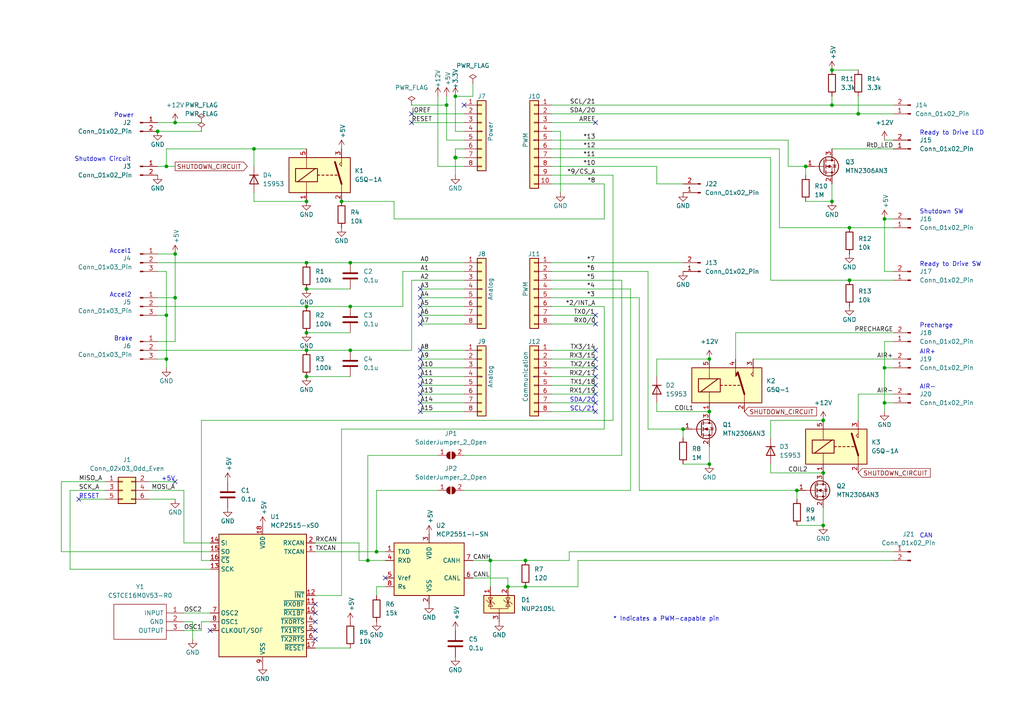
<source format=kicad_sch>
(kicad_sch (version 20230121) (generator eeschema)
  (paper "A4")
  (title_block (date "mar. 31 mars 2015"))
  (lib_symbols
    (symbol "Connector:Conn_01x02_Pin" (pin_names (offset 1.016) hide)
      (property "Reference" "J" (at 0 2.54 0))
      (property "Value" "Conn_01x02_Pin" (at 0 -5.08 0))
      (symbol "Conn_01x02_Pin_1_1"
        (pin passive line (at 5.08 0 180) (length 3.81) (name "Pin_1") (number "1"))
        (pin passive line (at 5.08 -2.54 180) (length 3.81) (name "Pin_2") (number "2"))
      )
    )
    (symbol "Connector:Conn_01x03_Pin" (pin_names (offset 1.016) hide)
      (property "Reference" "J" (at 0 5.08 0))
      (property "Value" "Conn_01x03_Pin" (at 0 -5.08 0))
      (symbol "Conn_01x03_Pin_1_1"
        (pin passive line (at 5.08 2.54 180) (length 3.81) (name "Pin_1") (number "1"))
        (pin passive line (at 5.08 0 180) (length 3.81) (name "Pin_2") (number "2"))
        (pin passive line (at 5.08 -2.54 180) (length 3.81) (name "Pin_3") (number "3"))
      )
    )
    (symbol "Connector_Generic:Conn_01x08" (pin_names (offset 1.016) hide)
      (property "Reference" "J" (at 0 10.16 0))
      (property "Value" "Conn_01x08" (at 0 -12.7 0))
      (symbol "Conn_01x08_1_1"
        (pin passive line (at -5.08 7.62 0) (length 3.81) (name "Pin_1") (number "1"))
        (pin passive line (at -5.08 5.08 0) (length 3.81) (name "Pin_2") (number "2"))
        (pin passive line (at -5.08 2.54 0) (length 3.81) (name "Pin_3") (number "3"))
        (pin passive line (at -5.08 0 0) (length 3.81) (name "Pin_4") (number "4"))
        (pin passive line (at -5.08 -2.54 0) (length 3.81) (name "Pin_5") (number "5"))
        (pin passive line (at -5.08 -5.08 0) (length 3.81) (name "Pin_6") (number "6"))
        (pin passive line (at -5.08 -7.62 0) (length 3.81) (name "Pin_7") (number "7"))
        (pin passive line (at -5.08 -10.16 0) (length 3.81) (name "Pin_8") (number "8"))
      )
    )
    (symbol "Connector_Generic:Conn_01x10" (pin_names (offset 1.016) hide)
      (property "Reference" "J" (at 0 12.7 0))
      (property "Value" "Conn_01x10" (at 0 -15.24 0))
      (symbol "Conn_01x10_1_1"
        (pin passive line (at -5.08 10.16 0) (length 3.81) (name "Pin_1") (number "1"))
        (pin passive line (at -5.08 -12.7 0) (length 3.81) (name "Pin_10") (number "10"))
        (pin passive line (at -5.08 7.62 0) (length 3.81) (name "Pin_2") (number "2"))
        (pin passive line (at -5.08 5.08 0) (length 3.81) (name "Pin_3") (number "3"))
        (pin passive line (at -5.08 2.54 0) (length 3.81) (name "Pin_4") (number "4"))
        (pin passive line (at -5.08 0 0) (length 3.81) (name "Pin_5") (number "5"))
        (pin passive line (at -5.08 -2.54 0) (length 3.81) (name "Pin_6") (number "6"))
        (pin passive line (at -5.08 -5.08 0) (length 3.81) (name "Pin_7") (number "7"))
        (pin passive line (at -5.08 -7.62 0) (length 3.81) (name "Pin_8") (number "8"))
        (pin passive line (at -5.08 -10.16 0) (length 3.81) (name "Pin_9") (number "9"))
      )
    )
    (symbol "Connector_Generic:Conn_02x03_Odd_Even" (pin_names (offset 1.016) hide)
      (property "Reference" "J" (at 1.27 5.08 0))
      (property "Value" "Conn_02x03_Odd_Even" (at 1.27 -5.08 0))
      (symbol "Conn_02x03_Odd_Even_1_1"
        (pin passive line (at -5.08 2.54 0) (length 3.81) (name "Pin_1") (number "1"))
        (pin passive line (at 7.62 2.54 180) (length 3.81) (name "Pin_2") (number "2"))
        (pin passive line (at -5.08 0 0) (length 3.81) (name "Pin_3") (number "3"))
        (pin passive line (at 7.62 0 180) (length 3.81) (name "Pin_4") (number "4"))
        (pin passive line (at -5.08 -2.54 0) (length 3.81) (name "Pin_5") (number "5"))
        (pin passive line (at 7.62 -2.54 180) (length 3.81) (name "Pin_6") (number "6"))
      )
    )
    (symbol "Device:C" (pin_numbers hide) (pin_names (offset 0.254))
      (property "Reference" "C" (at 0.635 2.54 0))
      (property "Value" "C" (at 0.635 -2.54 0))
      (symbol "C_1_1"
        (pin passive line (at 0 3.81 270) (length 2.794) (name "~") (number "1"))
        (pin passive line (at 0 -3.81 90) (length 2.794) (name "~") (number "2"))
      )
    )
    (symbol "Device:D" (pin_numbers hide) (pin_names (offset 1.016) hide)
      (property "Reference" "D" (at 0 2.54 0))
      (property "Value" "D" (at 0 -2.54 0))
      (symbol "D_1_1"
        (pin passive line (at -3.81 0 0) (length 2.54) (name "K") (number "1"))
        (pin passive line (at 3.81 0 180) (length 2.54) (name "A") (number "2"))
      )
    )
    (symbol "Device:Q_NMOS_GSD" (pin_names (offset 0) hide)
      (property "Reference" "Q" (at 5.08 1.27 0))
      (property "Value" "Q_NMOS_GSD" (at 5.08 -1.27 0))
      (symbol "Q_NMOS_GSD_1_1"
        (pin input line (at -5.08 0 0) (length 2.54) (name "G") (number "1"))
        (pin passive line (at 2.54 -5.08 90) (length 2.54) (name "S") (number "2"))
        (pin passive line (at 2.54 5.08 270) (length 2.54) (name "D") (number "3"))
      )
    )
    (symbol "Device:R" (pin_numbers hide) (pin_names (offset 0))
      (property "Reference" "R" (at 2.032 0 90))
      (property "Value" "R" (at 0 0 90))
      (symbol "R_1_1"
        (pin passive line (at 0 3.81 270) (length 1.27) (name "~") (number "1"))
        (pin passive line (at 0 -3.81 90) (length 1.27) (name "~") (number "2"))
      )
    )
    (symbol "Interface_CAN_LIN:MCP2515-xSO"
      (property "Reference" "U" (at -10.16 19.685 0))
      (property "Value" "MCP2515-xSO" (at 19.05 20.32 0))
      (symbol "MCP2515-xSO_1_1"
        (pin output line (at 15.24 12.7 180) (length 2.54) (name "TXCAN") (number "1"))
        (pin output line (at 15.24 -5.08 180) (length 2.54) (name "~{RX1BF}") (number "10"))
        (pin output line (at 15.24 -2.54 180) (length 2.54) (name "~{RX0BF}") (number "11"))
        (pin output line (at 15.24 0 180) (length 2.54) (name "~{INT}") (number "12"))
        (pin input line (at -15.24 7.62 0) (length 2.54) (name "SCK") (number "13"))
        (pin input line (at -15.24 15.24 0) (length 2.54) (name "SI") (number "14"))
        (pin output line (at -15.24 12.7 0) (length 2.54) (name "SO") (number "15"))
        (pin input line (at -15.24 10.16 0) (length 2.54) (name "~{CS}") (number "16"))
        (pin input line (at 15.24 -15.24 180) (length 2.54) (name "~{RESET}") (number "17"))
        (pin power_in line (at 0 20.32 270) (length 2.54) (name "VDD") (number "18"))
        (pin input line (at 15.24 15.24 180) (length 2.54) (name "RXCAN") (number "2"))
        (pin output line (at -15.24 -10.16 0) (length 2.54) (name "CLKOUT/SOF") (number "3"))
        (pin input line (at 15.24 -7.62 180) (length 2.54) (name "~{TX0RTS}") (number "4"))
        (pin input line (at 15.24 -10.16 180) (length 2.54) (name "~{TX1RTS}") (number "5"))
        (pin input line (at 15.24 -12.7 180) (length 2.54) (name "~{TX2RTS}") (number "6"))
        (pin output line (at -15.24 -5.08 0) (length 2.54) (name "OSC2") (number "7"))
        (pin input line (at -15.24 -7.62 0) (length 2.54) (name "OSC1") (number "8"))
        (pin power_in line (at 0 -20.32 90) (length 2.54) (name "VSS") (number "9"))
      )
    )
    (symbol "Interface_CAN_LIN:MCP2551-I-SN" (pin_names (offset 1.016))
      (property "Reference" "U" (at -10.16 8.89 0))
      (property "Value" "MCP2551-I-SN" (at 2.54 8.89 0))
      (symbol "MCP2551-I-SN_1_1"
        (pin input line (at -12.7 5.08 0) (length 2.54) (name "TXD") (number "1"))
        (pin power_in line (at 0 -10.16 90) (length 2.54) (name "VSS") (number "2"))
        (pin power_in line (at 0 10.16 270) (length 2.54) (name "VDD") (number "3"))
        (pin output line (at -12.7 2.54 0) (length 2.54) (name "RXD") (number "4"))
        (pin power_out line (at -12.7 -2.54 0) (length 2.54) (name "Vref") (number "5"))
        (pin bidirectional line (at 12.7 -2.54 180) (length 2.54) (name "CANL") (number "6"))
        (pin bidirectional line (at 12.7 2.54 180) (length 2.54) (name "CANH") (number "7"))
        (pin input line (at -12.7 -5.08 0) (length 2.54) (name "Rs") (number "8"))
      )
    )
    (symbol "Jumper:SolderJumper_2_Open" (pin_names (offset 0) hide)
      (property "Reference" "JP" (at 0 2.032 0))
      (property "Value" "SolderJumper_2_Open" (at 0 -2.54 0))
      (symbol "SolderJumper_2_Open_1_1"
        (pin passive line (at -3.81 0 0) (length 2.54) (name "A") (number "1"))
        (pin passive line (at 3.81 0 180) (length 2.54) (name "B") (number "2"))
      )
    )
    (symbol "Power_Protection:NUP2105L" (pin_names hide)
      (property "Reference" "D" (at 5.715 2.54 0))
      (property "Value" "NUP2105L" (at 5.715 0.635 0))
      (symbol "NUP2105L_0_0"
        (pin passive line (at 0 -5.08 90) (length 2.54) (name "A") (number "3"))
      )
      (symbol "NUP2105L_1_1"
        (pin passive line (at -2.54 5.08 270) (length 2.54) (name "K") (number "1"))
        (pin passive line (at 2.54 5.08 270) (length 2.54) (name "K") (number "2"))
      )
    )
    (symbol "Relay:G5Q-1"
      (property "Reference" "K" (at 11.43 3.81 0))
      (property "Value" "G5Q-1" (at 11.43 1.27 0))
      (symbol "G5Q-1_1_1"
        (pin passive line (at -5.08 -7.62 90) (length 2.54) (name "~") (number "1"))
        (pin passive line (at 5.08 -7.62 90) (length 2.54) (name "~") (number "2"))
        (pin passive line (at 7.62 7.62 270) (length 2.54) (name "~") (number "3"))
        (pin passive line (at 2.54 7.62 270) (length 2.54) (name "~") (number "4"))
        (pin passive line (at -5.08 7.62 270) (length 2.54) (name "~") (number "5"))
      )
    )
    (symbol "Relay:G5Q-1A"
      (property "Reference" "K" (at 8.89 3.81 0))
      (property "Value" "G5Q-1A" (at 8.89 1.27 0))
      (symbol "G5Q-1A_1_1"
        (pin passive line (at -5.08 -7.62 90) (length 2.54) (name "~") (number "1"))
        (pin passive line (at 5.08 -7.62 90) (length 2.54) (name "~") (number "2"))
        (pin passive line (at 5.08 7.62 270) (length 2.54) (name "~") (number "3"))
        (pin passive line (at -5.08 7.62 270) (length 2.54) (name "~") (number "5"))
      )
    )
    (symbol "SamacSys_Parts:CSTCE16M0V53-R0" (pin_names (offset 0.762))
      (property "Reference" "Y" (at 21.59 7.62 0))
      (property "Value" "CSTCE16M0V53-R0" (at 21.59 5.08 0))
      (symbol "CSTCE16M0V53-R0_0_0"
        (pin passive line (at 0 -5.08 0) (length 5.08) (name "INPUT") (number "1"))
        (pin passive line (at 0 -2.54 0) (length 5.08) (name "GND") (number "2"))
        (pin passive line (at 0 0 0) (length 5.08) (name "OUTPUT") (number "3"))
      )
    )
    (symbol "power:+12V" (power) (pin_names (offset 0))
      (property "Value" "+12V" (at 0 3.556 0))
      (symbol "+12V_1_1"
        (pin power_in line (at 0 0 90) (length 0) hide (name "+12V") (number "1"))
      )
    )
    (symbol "power:+3.3V" (power) (pin_names (offset 0))
      (property "Value" "+3.3V" (at 0 3.556 0))
      (symbol "+3.3V_1_1"
        (pin power_in line (at 0 0 90) (length 0) hide (name "+3.3V") (number "1"))
      )
    )
    (symbol "power:+5V" (power) (pin_names (offset 0))
      (property "Value" "+5V" (at 0 3.556 0))
      (symbol "+5V_1_1"
        (pin power_in line (at 0 0 90) (length 0) hide (name "+5V") (number "1"))
      )
    )
    (symbol "power:GND" (power) (pin_names (offset 0))
      (property "Value" "GND" (at 0 -3.81 0))
      (symbol "GND_1_1"
        (pin power_in line (at 0 0 270) (length 0) hide (name "GND") (number "1"))
      )
    )
    (symbol "power:PWR_FLAG" (power) (pin_numbers hide) (pin_names (offset 0) hide)
      (property "Value" "PWR_FLAG" (at 0 3.81 0))
      (symbol "PWR_FLAG_0_0"
        (pin power_out line (at 0 0 90) (length 0) (name "pwr") (number "1"))
      )
    )
  )
  (junction (at 238.76 121.92))
  (junction (at 238.76 152.4))
  (junction (at 50.8 73.66))
  (junction (at 152.4 162.56))
  (junction (at 48.26 91.44))
  (junction (at 238.76 137.16))
  (junction (at 48.26 48.26))
  (junction (at 147.32 170.18))
  (junction (at 101.6 101.6))
  (junction (at 205.74 119.38))
  (junction (at 248.92 33.02))
  (junction (at 73.66 43.18))
  (junction (at 48.26 104.14))
  (junction (at 132.08 27.94))
  (junction (at 152.4 170.18))
  (junction (at 132.08 45.72) (diameter 1.016))
  (junction (at 233.68 48.26))
  (junction (at 88.9 83.82))
  (junction (at 50.8 35.56))
  (junction (at 88.9 101.6))
  (junction (at 99.06 58.42))
  (junction (at 246.38 81.28))
  (junction (at 88.9 109.22))
  (junction (at 50.8 86.36))
  (junction (at 256.54 116.84))
  (junction (at 88.9 88.9))
  (junction (at 88.9 76.2))
  (junction (at 205.74 104.14))
  (junction (at 88.9 58.42))
  (junction (at 205.74 134.62))
  (junction (at 106.68 162.56))
  (junction (at 198.12 124.46))
  (junction (at 109.22 160.02))
  (junction (at 88.9 96.52))
  (junction (at 142.24 162.56))
  (junction (at 101.6 88.9))
  (junction (at 241.3 30.48))
  (junction (at 45.72 38.1))
  (junction (at 246.38 66.04))
  (junction (at 129.54 30.48))
  (junction (at 241.3 58.42))
  (junction (at 101.6 76.2))
  (junction (at 256.54 63.5))
  (junction (at 256.54 106.68))
  (junction (at 231.14 142.24))
  (junction (at 241.3 20.32))
  (no_connect (at 172.72 35.56))
  (no_connect (at 121.92 106.68))
  (no_connect (at 111.76 167.64))
  (no_connect (at 121.92 93.98))
  (no_connect (at 91.44 175.26))
  (no_connect (at 172.72 119.38))
  (no_connect (at 172.72 106.68))
  (no_connect (at 172.72 109.22))
  (no_connect (at 91.44 185.42))
  (no_connect (at 22.86 144.78))
  (no_connect (at 91.44 177.8))
  (no_connect (at 119.38 35.56))
  (no_connect (at 172.72 114.3))
  (no_connect (at 172.72 111.76))
  (no_connect (at 50.8 139.7))
  (no_connect (at 91.44 182.88))
  (no_connect (at 60.96 182.88))
  (no_connect (at 119.38 33.02))
  (no_connect (at 172.72 116.84))
  (no_connect (at 121.92 109.22))
  (no_connect (at 121.92 83.82))
  (no_connect (at 121.92 104.14))
  (no_connect (at 121.92 114.3))
  (no_connect (at 121.92 111.76))
  (no_connect (at 121.92 86.36))
  (no_connect (at 121.92 119.38))
  (no_connect (at 172.72 101.6))
  (no_connect (at 121.92 91.44))
  (no_connect (at 134.62 30.48))
  (no_connect (at 172.72 104.14))
  (no_connect (at 91.44 180.34))
  (no_connect (at 121.92 101.6))
  (no_connect (at 172.72 93.98))
  (no_connect (at 121.92 88.9))
  (no_connect (at 121.92 116.84))
  (no_connect (at 172.72 91.44))
  (wire (pts (xy 114.3 63.5) (xy 114.3 58.42)))
  (wire (pts (xy 101.6 88.9) (xy 116.84 88.9)))
  (wire (pts (xy 45.72 35.56) (xy 50.8 35.56)))
  (wire (pts (xy 109.22 160.02) (xy 111.76 160.02)))
  (wire (pts (xy 238.76 147.32) (xy 238.76 152.4)))
  (wire (pts (xy 248.92 114.3) (xy 259.08 114.3)))
  (wire (pts (xy 121.92 93.98) (xy 134.62 93.98)))
  (wire (pts (xy 73.66 55.88) (xy 73.66 58.42)))
  (wire (pts (xy 256.54 40.64) (xy 259.08 40.64)))
  (wire (pts (xy 198.12 53.34) (xy 190.5 53.34)))
  (wire (pts (xy 60.96 165.1) (xy 20.32 165.1)))
  (wire (pts (xy 248.92 33.02) (xy 259.08 33.02)))
  (wire (pts (xy 223.52 81.28) (xy 246.38 81.28)))
  (wire (pts (xy 180.34 81.28) (xy 180.34 132.08)))
  (wire (pts (xy 137.16 24.13) (xy 137.16 27.94)))
  (wire (pts (xy 137.16 27.94) (xy 132.08 27.94)))
  (wire (pts (xy 190.5 109.22) (xy 190.5 104.14)))
  (wire (pts (xy 119.38 81.28) (xy 134.62 81.28)))
  (wire (pts (xy 129.54 30.48) (xy 129.54 40.64)))
  (wire (pts (xy 53.34 177.8) (xy 60.96 177.8)))
  (wire (pts (xy 160.02 86.36) (xy 185.42 86.36)))
  (wire (pts (xy 160.02 106.68) (xy 172.72 106.68)))
  (wire (pts (xy 132.08 43.18) (xy 132.08 45.72)))
  (wire (pts (xy 256.54 63.5) (xy 259.08 63.5)))
  (wire (pts (xy 160.02 35.56) (xy 172.72 35.56)))
  (wire (pts (xy 121.92 88.9) (xy 134.62 88.9)))
  (wire (pts (xy 137.16 162.56) (xy 142.24 162.56)))
  (wire (pts (xy 198.12 124.46) (xy 198.12 127)))
  (wire (pts (xy 73.66 43.18) (xy 88.9 43.18)))
  (wire (pts (xy 180.34 132.08) (xy 134.62 132.08)))
  (wire (pts (xy 231.14 152.4) (xy 238.76 152.4)))
  (wire (pts (xy 132.08 45.72) (xy 132.08 50.8)))
  (wire (pts (xy 226.06 43.18) (xy 226.06 66.04)))
  (wire (pts (xy 175.26 124.46) (xy 175.26 88.9)))
  (wire (pts (xy 48.26 43.18) (xy 48.26 48.26)))
  (wire (pts (xy 187.96 124.46) (xy 198.12 124.46)))
  (wire (pts (xy 190.5 53.34) (xy 190.5 48.26)))
  (wire (pts (xy 48.26 104.14) (xy 48.26 106.68)))
  (wire (pts (xy 147.32 170.18) (xy 152.4 170.18)))
  (wire (pts (xy 119.38 30.48) (xy 129.54 30.48)))
  (wire (pts (xy 129.54 40.64) (xy 134.62 40.64)))
  (wire (pts (xy 185.42 142.24) (xy 231.14 142.24)))
  (wire (pts (xy 129.54 27.94) (xy 129.54 30.48)))
  (wire (pts (xy 121.92 119.38) (xy 134.62 119.38)))
  (wire (pts (xy 256.54 78.74) (xy 256.54 63.5)))
  (wire (pts (xy 160.02 81.28) (xy 180.34 81.28)))
  (wire (pts (xy 142.24 162.56) (xy 152.4 162.56)))
  (wire (pts (xy 198.12 134.62) (xy 205.74 134.62)))
  (wire (pts (xy 228.6 40.64) (xy 228.6 48.26)))
  (wire (pts (xy 45.72 88.9) (xy 88.9 88.9)))
  (wire (pts (xy 88.9 109.22) (xy 101.6 109.22)))
  (wire (pts (xy 119.38 101.6) (xy 119.38 81.28)))
  (wire (pts (xy 165.1 162.56) (xy 152.4 162.56)))
  (wire (pts (xy 88.9 101.6) (xy 101.6 101.6)))
  (wire (pts (xy 48.26 48.26) (xy 50.8 48.26)))
  (wire (pts (xy 248.92 27.94) (xy 248.92 33.02)))
  (wire (pts (xy 160.02 40.64) (xy 228.6 40.64)))
  (wire (pts (xy 134.62 116.84) (xy 121.92 116.84)))
  (wire (pts (xy 256.54 106.68) (xy 259.08 106.68)))
  (wire (pts (xy 233.68 48.26) (xy 233.68 50.8)))
  (wire (pts (xy 106.68 162.56) (xy 111.76 162.56)))
  (wire (pts (xy 190.5 119.38) (xy 205.74 119.38)))
  (wire (pts (xy 160.02 114.3) (xy 172.72 114.3)))
  (wire (pts (xy 17.78 139.7) (xy 30.48 139.7)))
  (wire (pts (xy 48.26 78.74) (xy 48.26 91.44)))
  (wire (pts (xy 99.06 124.46) (xy 175.26 124.46)))
  (wire (pts (xy 43.18 142.24) (xy 53.34 142.24)))
  (wire (pts (xy 177.8 121.92) (xy 177.8 50.8)))
  (wire (pts (xy 99.06 172.72) (xy 99.06 124.46)))
  (wire (pts (xy 45.72 76.2) (xy 88.9 76.2)))
  (wire (pts (xy 48.26 43.18) (xy 73.66 43.18)))
  (wire (pts (xy 137.16 167.64) (xy 147.32 167.64)))
  (wire (pts (xy 45.72 38.1) (xy 58.42 38.1)))
  (wire (pts (xy 91.44 187.96) (xy 101.6 187.96)))
  (wire (pts (xy 160.02 78.74) (xy 187.96 78.74)))
  (wire (pts (xy 259.08 162.56) (xy 167.64 162.56)))
  (wire (pts (xy 99.06 58.42) (xy 114.3 58.42)))
  (wire (pts (xy 185.42 142.24) (xy 185.42 86.36)))
  (wire (pts (xy 213.36 104.14) (xy 213.36 96.52)))
  (wire (pts (xy 213.36 96.52) (xy 259.08 96.52)))
  (wire (pts (xy 88.9 76.2) (xy 101.6 76.2)))
  (wire (pts (xy 175.26 63.5) (xy 175.26 53.34)))
  (wire (pts (xy 91.44 172.72) (xy 99.06 172.72)))
  (wire (pts (xy 256.54 99.06) (xy 259.08 99.06)))
  (wire (pts (xy 45.72 99.06) (xy 50.8 99.06)))
  (wire (pts (xy 48.26 91.44) (xy 48.26 104.14)))
  (wire (pts (xy 104.14 162.56) (xy 106.68 162.56)))
  (wire (pts (xy 160.02 50.8) (xy 177.8 50.8)))
  (wire (pts (xy 223.52 45.72) (xy 223.52 81.28)))
  (wire (pts (xy 45.72 86.36) (xy 50.8 86.36)))
  (wire (pts (xy 22.86 144.78) (xy 30.48 144.78)))
  (wire (pts (xy 167.64 162.56) (xy 167.64 170.18)))
  (wire (pts (xy 241.3 58.42) (xy 233.68 58.42)))
  (wire (pts (xy 50.8 144.78) (xy 43.18 144.78)))
  (wire (pts (xy 119.38 35.56) (xy 134.62 35.56)))
  (wire (pts (xy 256.54 116.84) (xy 256.54 106.68)))
  (wire (pts (xy 88.9 88.9) (xy 101.6 88.9)))
  (wire (pts (xy 160.02 104.14) (xy 172.72 104.14)))
  (wire (pts (xy 58.42 182.88) (xy 58.42 180.34)))
  (wire (pts (xy 256.54 106.68) (xy 256.54 99.06)))
  (wire (pts (xy 55.88 180.34) (xy 55.88 185.42)))
  (wire (pts (xy 162.56 38.1) (xy 162.56 55.88)))
  (wire (pts (xy 50.8 99.06) (xy 50.8 86.36)))
  (wire (pts (xy 160.02 33.02) (xy 248.92 33.02)))
  (wire (pts (xy 160.02 119.38) (xy 172.72 119.38)))
  (wire (pts (xy 160.02 76.2) (xy 198.12 76.2)))
  (wire (pts (xy 58.42 121.92) (xy 177.8 121.92)))
  (wire (pts (xy 160.02 111.76) (xy 172.72 111.76)))
  (wire (pts (xy 121.92 109.22) (xy 134.62 109.22)))
  (wire (pts (xy 241.3 27.94) (xy 241.3 30.48)))
  (wire (pts (xy 45.72 101.6) (xy 88.9 101.6)))
  (wire (pts (xy 91.44 160.02) (xy 109.22 160.02)))
  (wire (pts (xy 106.68 132.08) (xy 106.68 162.56)))
  (wire (pts (xy 160.02 101.6) (xy 172.72 101.6)))
  (wire (pts (xy 88.9 96.52) (xy 101.6 96.52)))
  (wire (pts (xy 134.62 45.72) (xy 132.08 45.72)))
  (wire (pts (xy 101.6 101.6) (xy 119.38 101.6)))
  (wire (pts (xy 104.14 157.48) (xy 104.14 162.56)))
  (wire (pts (xy 53.34 157.48) (xy 53.34 142.24)))
  (wire (pts (xy 160.02 83.82) (xy 182.88 83.82)))
  (wire (pts (xy 43.18 139.7) (xy 50.8 139.7)))
  (wire (pts (xy 160.02 43.18) (xy 226.06 43.18)))
  (wire (pts (xy 187.96 78.74) (xy 187.96 124.46)))
  (wire (pts (xy 109.22 142.24) (xy 109.22 160.02)))
  (wire (pts (xy 190.5 104.14) (xy 205.74 104.14)))
  (wire (pts (xy 60.96 157.48) (xy 53.34 157.48)))
  (wire (pts (xy 241.3 53.34) (xy 241.3 58.42)))
  (wire (pts (xy 109.22 170.18) (xy 109.22 172.72)))
  (wire (pts (xy 172.72 91.44) (xy 160.02 91.44)))
  (wire (pts (xy 134.62 48.26) (xy 127 48.26)))
  (wire (pts (xy 127 142.24) (xy 109.22 142.24)))
  (wire (pts (xy 53.34 180.34) (xy 55.88 180.34)))
  (wire (pts (xy 175.26 63.5) (xy 114.3 63.5)))
  (wire (pts (xy 50.8 35.56) (xy 58.42 35.56)))
  (wire (pts (xy 248.92 121.92) (xy 248.92 114.3)))
  (wire (pts (xy 167.64 170.18) (xy 152.4 170.18)))
  (wire (pts (xy 223.52 137.16) (xy 238.76 137.16)))
  (wire (pts (xy 73.66 43.18) (xy 73.66 48.26)))
  (wire (pts (xy 20.32 165.1) (xy 20.32 142.24)))
  (wire (pts (xy 91.44 157.48) (xy 104.14 157.48)))
  (wire (pts (xy 223.52 127) (xy 223.52 121.92)))
  (wire (pts (xy 134.62 106.68) (xy 121.92 106.68)))
  (wire (pts (xy 60.96 162.56) (xy 58.42 162.56)))
  (wire (pts (xy 160.02 53.34) (xy 175.26 53.34)))
  (wire (pts (xy 45.72 91.44) (xy 48.26 91.44)))
  (wire (pts (xy 160.02 109.22) (xy 172.72 109.22)))
  (wire (pts (xy 160.02 38.1) (xy 162.56 38.1)))
  (wire (pts (xy 160.02 48.26) (xy 190.5 48.26)))
  (wire (pts (xy 60.96 160.02) (xy 17.78 160.02)))
  (wire (pts (xy 88.9 83.82) (xy 101.6 83.82)))
  (wire (pts (xy 58.42 180.34) (xy 60.96 180.34)))
  (wire (pts (xy 134.62 43.18) (xy 132.08 43.18)))
  (wire (pts (xy 241.3 43.18) (xy 259.08 43.18)))
  (wire (pts (xy 121.92 114.3) (xy 134.62 114.3)))
  (wire (pts (xy 259.08 81.28) (xy 246.38 81.28)))
  (wire (pts (xy 45.72 104.14) (xy 48.26 104.14)))
  (wire (pts (xy 226.06 66.04) (xy 246.38 66.04)))
  (wire (pts (xy 53.34 182.88) (xy 58.42 182.88)))
  (wire (pts (xy 182.88 83.82) (xy 182.88 142.24)))
  (wire (pts (xy 256.54 116.84) (xy 259.08 116.84)))
  (wire (pts (xy 256.54 119.38) (xy 256.54 116.84)))
  (wire (pts (xy 121.92 104.14) (xy 134.62 104.14)))
  (wire (pts (xy 223.52 121.92) (xy 238.76 121.92)))
  (wire (pts (xy 121.92 83.82) (xy 134.62 83.82)))
  (wire (pts (xy 134.62 78.74) (xy 116.84 78.74)))
  (wire (pts (xy 132.08 27.94) (xy 132.08 38.1)))
  (wire (pts (xy 259.08 30.48) (xy 241.3 30.48)))
  (wire (pts (xy 160.02 116.84) (xy 172.72 116.84)))
  (wire (pts (xy 45.72 48.26) (xy 48.26 48.26)))
  (wire (pts (xy 190.5 116.84) (xy 190.5 119.38)))
  (wire (pts (xy 231.14 142.24) (xy 231.14 144.78)))
  (wire (pts (xy 246.38 66.04) (xy 259.08 66.04)))
  (wire (pts (xy 134.62 101.6) (xy 121.92 101.6)))
  (wire (pts (xy 142.24 162.56) (xy 142.24 170.18)))
  (wire (pts (xy 228.6 48.26) (xy 233.68 48.26)))
  (wire (pts (xy 116.84 78.74) (xy 116.84 88.9)))
  (wire (pts (xy 73.66 58.42) (xy 88.9 58.42)))
  (wire (pts (xy 165.1 160.02) (xy 165.1 162.56)))
  (wire (pts (xy 160.02 88.9) (xy 175.26 88.9)))
  (wire (pts (xy 50.8 86.36) (xy 50.8 73.66)))
  (wire (pts (xy 58.42 162.56) (xy 58.42 121.92)))
  (wire (pts (xy 259.08 78.74) (xy 256.54 78.74)))
  (wire (pts (xy 20.32 142.24) (xy 30.48 142.24)))
  (wire (pts (xy 45.72 78.74) (xy 48.26 78.74)))
  (wire (pts (xy 160.02 45.72) (xy 223.52 45.72)))
  (wire (pts (xy 241.3 20.32) (xy 248.92 20.32)))
  (wire (pts (xy 160.02 30.48) (xy 241.3 30.48)))
  (wire (pts (xy 172.72 93.98) (xy 160.02 93.98)))
  (wire (pts (xy 45.72 73.66) (xy 50.8 73.66)))
  (wire (pts (xy 218.44 104.14) (xy 259.08 104.14)))
  (wire (pts (xy 147.32 167.64) (xy 147.32 170.18)))
  (wire (pts (xy 111.76 170.18) (xy 109.22 170.18)))
  (wire (pts (xy 259.08 160.02) (xy 165.1 160.02)))
  (wire (pts (xy 127 132.08) (xy 106.68 132.08)))
  (wire (pts (xy 101.6 76.2) (xy 134.62 76.2)))
  (wire (pts (xy 134.62 111.76) (xy 121.92 111.76)))
  (wire (pts (xy 127 27.94) (xy 127 48.26)))
  (wire (pts (xy 119.38 33.02) (xy 134.62 33.02)))
  (wire (pts (xy 134.62 91.44) (xy 121.92 91.44)))
  (wire (pts (xy 182.88 142.24) (xy 134.62 142.24)))
  (wire (pts (xy 134.62 86.36) (xy 121.92 86.36)))
  (wire (pts (xy 223.52 134.62) (xy 223.52 137.16)))
  (wire (pts (xy 17.78 160.02) (xy 17.78 139.7)))
  (wire (pts (xy 132.08 38.1) (xy 134.62 38.1)))
  (wire (pts (xy 205.74 134.62) (xy 205.74 129.54)))
  (text "Precharge" (at 266.7 95.25 0) (effects (font (size 1.27 1.27)) (justify left bottom)))
  (text "Power" (at 33.02 34.29 0) (effects (font (size 1.27 1.27)) (justify left bottom)))
  (text "Accel2" (at 31.75 86.36 0) (effects (font (size 1.27 1.27)) (justify left bottom)))
  (text "Ready to Drive SW" (at 266.7 77.47 0) (effects (font (size 1.27 1.27)) (justify left bottom)))
  (text "+5V" (at 50.8 139.7 0) (effects (font (size 1.27 1.27)) (justify right bottom)))
  (text "CAN" (at 266.7 156.21 0) (effects (font (size 1.27 1.27)) (justify left bottom)))
  (text "AIR+" (at 266.7 102.87 0) (effects (font (size 1.27 1.27)) (justify left bottom)))
  (text "Accel1" (at 31.75 73.66 0) (effects (font (size 1.27 1.27)) (justify left bottom)))
  (text "SDA/20" (at 172.72 116.84 0) (effects (font (size 1.27 1.27)) (justify right bottom)))
  (text "SCL/21" (at 172.72 119.38 0) (effects (font (size 1.27 1.27)) (justify right bottom)))
  (text "Shutdown SW" (at 266.7 62.23 0) (effects (font (size 1.27 1.27)) (justify left bottom)))
  (text "AIR-" (at 266.7 113.03 0) (effects (font (size 1.27 1.27)) (justify left bottom)))
  (text "* Indicates a PWM-capable pin" (at 177.8 180.34 0) (effects (font (size 1.27 1.27)) (justify left bottom)))
  (text "Brake" (at 33.02 99.06 0) (effects (font (size 1.27 1.27)) (justify left bottom)))
  (text "Ready to Drive LED" (at 266.7 39.37 0) (effects (font (size 1.27 1.27)) (justify left bottom)))
  (text "RESET" (at 22.86 144.78 0) (effects (font (size 1.27 1.27)) (justify left bottom)))
  (text "Shutdown Circuit" (at 21.59 46.99 0) (effects (font (size 1.27 1.27)) (justify left bottom)))
  (label "A10" (at 121.92 106.68 0))
  (label "A15" (at 121.92 119.38 0))
  (label "A2" (at 121.92 81.28 0))
  (label "RX2{slash}17" (at 172.72 109.22 180))
  (label "MISO_A" (at 22.86 139.7 0))
  (label "AIR+" (at 259.08 104.14 180))
  (label "*7" (at 170.18 76.2 0))
  (label "*2{slash}INT_A" (at 172.72 88.9 180))
  (label "*4" (at 170.18 83.82 0))
  (label "TX1{slash}18" (at 172.72 111.76 180))
  (label "A3" (at 121.92 83.82 0))
  (label "*13" (at 172.72 40.64 180))
  (label "SCK_A" (at 22.86 142.24 0))
  (label "*12" (at 172.72 43.18 180))
  (label "RX0{slash}0" (at 166.37 93.98 0))
  (label "*10" (at 172.72 48.26 180))
  (label "RESET" (at 119.38 35.56 0))
  (label "CANH" (at 137.16 162.56 0))
  (label "AIR-" (at 259.08 114.3 180))
  (label "AREF" (at 172.72 35.56 180))
  (label "OSC1" (at 53.34 182.88 0))
  (label "A13" (at 121.92 114.3 0))
  (label "SCL{slash}21" (at 172.72 30.48 180))
  (label "*5" (at 170.18 81.28 0))
  (label "PRECHARGE" (at 259.08 96.52 180))
  (label "COIL2" (at 228.6 137.16 0))
  (label "IOREF" (at 119.38 33.02 0))
  (label "*8" (at 172.72 53.34 180))
  (label "SDA{slash}20" (at 172.72 33.02 180))
  (label "A9" (at 121.92 104.14 0))
  (label "*6" (at 170.18 78.74 0))
  (label "*11" (at 172.72 45.72 180))
  (label "*3" (at 170.18 86.36 0))
  (label "A6" (at 121.92 91.44 0))
  (label "TX0{slash}1" (at 166.37 91.44 0))
  (label "A1" (at 121.92 78.74 0))
  (label "MOSI_A" (at 50.8 142.24 180))
  (label "RXCAN" (at 91.44 157.48 0))
  (label "RX1{slash}19" (at 172.72 114.3 180))
  (label "A0" (at 121.92 76.2 0))
  (label "A14" (at 121.92 116.84 0))
  (label "A8" (at 121.92 101.6 0))
  (label "OSC2" (at 53.34 177.8 0))
  (label "*9{slash}CS_A" (at 172.72 50.8 180))
  (label "CANL" (at 137.16 167.64 0))
  (label "TX2{slash}16" (at 172.72 106.68 180))
  (label "RtD_LED" (at 259.08 43.18 180))
  (label "COIL1" (at 195.58 119.38 0))
  (label "A7" (at 121.92 93.98 0))
  (label "A11" (at 121.92 109.22 0))
  (label "A4" (at 121.92 86.36 0))
  (label "A5" (at 121.92 88.9 0))
  (label "RX3{slash}15" (at 172.72 104.14 180))
  (label "TX3{slash}14" (at 172.72 101.6 180))
  (label "TXCAN" (at 91.44 160.02 0))
  (label "A12" (at 121.92 111.76 0))
  (global_label "SHUTDOWN_CIRCUIT" (shape input) (at 215.9 119.38 0) (property "Intersheetrefs" "${INTERSHEET_REFS}" (effects hide)))
  (global_label "SHUTDOWN_CIRCUIT" (shape output) (at 50.8 48.26 0) (property "Intersheetrefs" "${INTERSHEET_REFS}" (effects hide)))
  (global_label "SHUTDOWN_CIRCUIT" (shape input) (at 248.92 137.16 0) (property "Intersheetrefs" "${INTERSHEET_REFS}" (effects hide)))
  (symbol (lib_id "Connector_Generic:Conn_01x08") (at 139.7 38.1 0) (unit 1)
    (property "Reference" "J7" (at 139.7 27.94 0))
    (property "Value" "Power" (at 142.24 38.1 90))
    (property "Footprint" "Connector_PinSocket_2.54mm:PinSocket_1x08_P2.54mm_Vertical" (effects hide))
    (property "Datasheet" "~" (at 139.7 38.1 0))
  )
  (symbol (lib_id "power:+5V") (at 129.54 27.94 0) (unit 1)
    (property "Reference" "#PWR023" (effects hide))
    (property "Value" "+5V" (at 129.8956 24.892 90) (effects (justify left)))
  )
  (symbol (lib_id "power:GND") (at 132.08 50.8 0) (unit 1)
    (property "Reference" "#PWR025" (effects hide))
    (property "Value" "GND" (at 132.08 54.61 0))
  )
  (symbol (lib_id "Connector_Generic:Conn_01x10") (at 154.94 40.64 0) (mirror y) (unit 1)
    (property "Reference" "J10" (at 154.94 27.94 0))
    (property "Value" "PWM" (at 152.4 40.64 90))
    (property "Footprint" "Connector_PinSocket_2.54mm:PinSocket_1x10_P2.54mm_Vertical" (effects hide))
    (property "Datasheet" "~" (at 154.94 40.64 0))
  )
  (symbol (lib_id "power:GND") (at 162.56 55.88 0) (unit 1)
    (property "Reference" "#PWR029" (effects hide))
    (property "Value" "GND" (at 162.56 59.69 0))
  )
  (symbol (lib_id "Connector_Generic:Conn_01x08") (at 139.7 83.82 0) (unit 1)
    (property "Reference" "J8" (at 139.7 73.66 0))
    (property "Value" "Analog" (at 142.24 83.82 90))
    (property "Footprint" "Connector_PinSocket_2.54mm:PinSocket_1x08_P2.54mm_Vertical" (effects hide))
    (property "Datasheet" "~" (at 139.7 83.82 0))
  )
  (symbol (lib_id "Connector_Generic:Conn_01x08") (at 154.94 83.82 0) (mirror y) (unit 1)
    (property "Reference" "J11" (at 154.94 73.66 0))
    (property "Value" "PWM" (at 152.4 83.82 90))
    (property "Footprint" "Connector_PinSocket_2.54mm:PinSocket_1x08_P2.54mm_Vertical" (effects hide))
    (property "Datasheet" "~" (at 154.94 83.82 0))
  )
  (symbol (lib_id "Connector_Generic:Conn_01x08") (at 139.7 109.22 0) (unit 1)
    (property "Reference" "J9" (at 139.7 99.06 0))
    (property "Value" "Analog" (at 142.24 109.22 90))
    (property "Footprint" "Connector_PinSocket_2.54mm:PinSocket_1x08_P2.54mm_Vertical" (effects hide))
    (property "Datasheet" "~" (at 139.7 109.22 0))
  )
  (symbol (lib_id "Connector_Generic:Conn_01x08") (at 154.94 109.22 0) (mirror y) (unit 1)
    (property "Reference" "J12" (at 154.94 99.06 0))
    (property "Value" "Communication" (at 152.4 109.22 90))
    (property "Footprint" "Connector_PinSocket_2.54mm:PinSocket_1x08_P2.54mm_Vertical" (effects hide))
    (property "Datasheet" "~" (at 154.94 109.22 0))
  )
  (symbol (lib_id "power:GND") (at 256.54 119.38 0) (unit 1)
    (property "Reference" "#PWR041" (effects hide))
    (property "Value" "GND" (at 256.54 123.19 0))
  )
  (symbol (lib_id "Device:C") (at 132.08 186.69 0) (unit 1)
    (property "Reference" "C5" (at 135.89 185.42 0) (effects (justify left)))
    (property "Value" "0.1u" (at 135.89 187.96 0) (effects (justify left)))
    (property "Footprint" "Capacitor_SMD:C_0603_1608Metric" (effects hide))
  )
  (symbol (lib_id "power:+5V") (at 256.54 63.5 0) (unit 1)
    (property "Reference" "#PWR040" (effects hide))
    (property "Value" "+5V" (at 256.8956 60.452 90) (effects (justify left)))
  )
  (symbol (lib_id "Device:C") (at 101.6 105.41 0) (unit 1)
    (property "Reference" "C4" (at 105.41 104.14 0) (effects (justify left)))
    (property "Value" "0.1u" (at 105.41 106.68 0) (effects (justify left)))
    (property "Footprint" "Capacitor_SMD:C_0603_1608Metric" (effects hide))
  )
  (symbol (lib_id "power:GND") (at 144.78 180.34 0) (unit 1)
    (property "Reference" "#PWR028" (effects hide))
    (property "Value" "GND" (at 144.78 184.15 0))
  )
  (symbol (lib_id "power:GND") (at 66.04 147.32 0) (unit 1)
    (property "Reference" "#PWR09" (effects hide))
    (property "Value" "GND" (at 66.04 151.13 0))
  )
  (symbol (lib_id "Connector:Conn_01x03_Pin") (at 40.64 88.9 0) (unit 1)
    (property "Reference" "J5" (at 36.83 87.63 0))
    (property "Value" "Conn_01x03_Pin" (at 30.48 90.17 0))
    (property "Footprint" "Connector_JST:JST_XH_B3B-XH-A_1x03_P2.50mm_Vertical" (effects hide))
  )
  (symbol (lib_id "Device:R") (at 152.4 166.37 0) (unit 1)
    (property "Reference" "R7" (at 154.94 165.1 0) (effects (justify left)))
    (property "Value" "120" (at 154.94 167.64 0) (effects (justify left)))
    (property "Footprint" "Resistor_SMD:R_0603_1608Metric" (effects hide))
  )
  (symbol (lib_id "Device:Q_NMOS_GSD") (at 203.2 124.46 0) (unit 1)
    (property "Reference" "Q1" (at 209.55 123.19 0) (effects (justify left)))
    (property "Value" "MTN2306AN3" (at 209.55 125.73 0) (effects (justify left)))
    (property "Footprint" "Package_TO_SOT_SMD:TSOT-23" (effects hide))
  )
  (symbol (lib_id "Device:R") (at 248.92 24.13 0) (unit 1)
    (property "Reference" "R14" (at 251.46 22.86 0) (effects (justify left)))
    (property "Value" "3.3k" (at 251.46 25.4 0) (effects (justify left)))
    (property "Footprint" "Resistor_SMD:R_0603_1608Metric" (effects hide))
  )
  (symbol (lib_id "power:+12V") (at 238.76 121.92 0) (unit 1)
    (property "Reference" "#PWR033" (effects hide))
    (property "Value" "+12V" (at 238.76 116.84 0))
  )
  (symbol (lib_id "Relay:G5Q-1A") (at 243.84 129.54 0) (unit 1)
    (property "Reference" "K3" (at 252.73 128.27 0) (effects (justify left)))
    (property "Value" "G5Q-1A" (at 252.73 130.81 0) (effects (justify left)))
    (property "Footprint" "Relay_THT:Relay_SPST_Omron-G5Q-1A" (effects hide))
    (property "Datasheet" "https://www.omron.com/ecb/products/pdf/en-g5q.pdf" (effects hide))
  )
  (symbol (lib_id "Jumper:SolderJumper_2_Open") (at 130.81 132.08 0) (unit 1)
    (property "Reference" "JP1" (at 130.81 125.73 0))
    (property "Value" "SolderJumper_2_Open" (at 130.81 128.27 0))
    (property "Footprint" "Jumper:SolderJumper-2_P1.3mm_Open_RoundedPad1.0x1.5mm" (effects hide))
  )
  (symbol (lib_id "power:+5V") (at 76.2 152.4 0) (unit 1)
    (property "Reference" "#PWR010" (effects hide))
    (property "Value" "+5V" (at 76.5556 149.352 90) (effects (justify left)))
  )
  (symbol (lib_id "power:GND") (at 124.46 175.26 0) (unit 1)
    (property "Reference" "#PWR021" (effects hide))
    (property "Value" "GND" (at 124.46 179.07 0))
  )
  (symbol (lib_id "Device:R") (at 231.14 148.59 0) (unit 1)
    (property "Reference" "R9" (at 233.68 147.955 0) (effects (justify left)))
    (property "Value" "1M" (at 233.68 150.495 0) (effects (justify left)))
    (property "Footprint" "Resistor_SMD:R_0603_1608Metric" (effects hide))
  )
  (symbol (lib_id "power:+5V") (at 50.8 73.66 0) (unit 1)
    (property "Reference" "#PWR05" (effects hide))
    (property "Value" "+5V" (at 51.1556 70.612 90) (effects (justify left)))
  )
  (symbol (lib_id "power:GND") (at 205.74 134.62 0) (unit 1)
    (property "Reference" "#PWR032" (effects hide))
    (property "Value" "GND" (at 205.74 138.43 0))
  )
  (symbol (lib_id "power:+3.3V") (at 132.08 27.94 0) (unit 1)
    (property "Reference" "#PWR024" (effects hide))
    (property "Value" "+3.3V" (at 132.08 22.86 90))
  )
  (symbol (lib_id "Device:R") (at 241.3 24.13 0) (unit 1)
    (property "Reference" "R11" (at 243.84 22.86 0) (effects (justify left)))
    (property "Value" "3.3k" (at 243.84 25.4 0) (effects (justify left)))
    (property "Footprint" "Resistor_SMD:R_0603_1608Metric" (effects hide))
  )
  (symbol (lib_id "power:GND") (at 246.38 88.9 0) (unit 1)
    (property "Reference" "#PWR038" (effects hide))
    (property "Value" "GND" (at 246.38 92.71 0))
  )
  (symbol (lib_id "Interface_CAN_LIN:MCP2515-xSO") (at 76.2 172.72 0) (unit 1)
    (property "Reference" "U1" (at 78.3941 149.86 0) (effects (justify left)))
    (property "Value" "MCP2515-xSO" (at 78.3941 152.4 0) (effects (justify left)))
    (property "Footprint" "Package_SO:SOIC-18W_7.5x11.6mm_P1.27mm" (effects hide))
    (property "Datasheet" "http://ww1.microchip.com/downloads/en/DeviceDoc/21801e.pdf" (effects hide))
  )
  (symbol (lib_id "power:GND") (at 198.12 78.74 0) (unit 1)
    (property "Reference" "#PWR030" (effects hide))
    (property "Value" "GND" (at 198.12 82.55 0))
  )
  (symbol (lib_id "Interface_CAN_LIN:MCP2551-I-SN") (at 124.46 165.1 0) (unit 1)
    (property "Reference" "U2" (at 126.4159 152.4 0) (effects (justify left)))
    (property "Value" "MCP2551-I-SN" (at 126.4159 154.94 0) (effects (justify left)))
    (property "Footprint" "Package_SO:SOIC-8_3.9x4.9mm_P1.27mm" (effects hide))
    (property "Datasheet" "http://ww1.microchip.com/downloads/en/devicedoc/21667d.pdf" (effects hide))
  )
  (symbol (lib_id "Connector:Conn_01x02_Pin") (at 264.16 106.68 180) (unit 1)
    (property "Reference" "J19" (at 266.7 104.14 0) (effects (justify right)))
    (property "Value" "Conn_01x02_Pin" (at 266.7 106.68 0) (effects (justify right)))
    (property "Footprint" "Connector_JST:JST_XH_B2B-XH-A_1x02_P2.50mm_Vertical" (effects hide))
  )
  (symbol (lib_id "power:+5V") (at 101.6 180.34 0) (unit 1)
    (property "Reference" "#PWR018" (effects hide))
    (property "Value" "+5V" (at 101.9556 177.292 90) (effects (justify left)))
  )
  (symbol (lib_id "Connector_Generic:Conn_02x03_Odd_Even") (at 35.56 142.24 0) (unit 1)
    (property "Reference" "J1" (at 36.83 133.35 0))
    (property "Value" "Conn_02x03_Odd_Even" (at 36.83 135.89 0))
    (property "Footprint" "Connector_PinSocket_2.54mm:PinSocket_2x03_P2.54mm_Vertical" (effects hide))
  )
  (symbol (lib_id "Device:D") (at 73.66 52.07 270) (unit 1)
    (property "Reference" "D4" (at 76.2 50.8 90) (effects (justify left)))
    (property "Value" "1S953" (at 76.2 53.34 90) (effects (justify left)))
    (property "Footprint" "Diode_THT:D_DO-35_SOD27_P7.62mm_Horizontal" (effects hide))
    (property "Sim.Device" "D" (effects hide))
    (property "Sim.Pins" "1=K 2=A" (effects hide))
  )
  (symbol (lib_id "power:+5V") (at 132.08 182.88 0) (unit 1)
    (property "Reference" "#PWR026" (effects hide))
    (property "Value" "+5V" (at 132.4356 179.832 90) (effects (justify left)))
  )
  (symbol (lib_id "Connector:Conn_01x02_Pin") (at 40.64 48.26 0) (unit 1)
    (property "Reference" "J3" (at 36.83 48.26 0))
    (property "Value" "Conn_01x02_Pin" (at 30.48 50.8 0))
    (property "Footprint" "Connector_JST:JST_XH_B2B-XH-A_1x02_P2.50mm_Vertical" (effects hide))
  )
  (symbol (lib_id "power:GND") (at 132.08 190.5 0) (unit 1)
    (property "Reference" "#PWR027" (effects hide))
    (property "Value" "GND" (at 132.08 194.31 0))
  )
  (symbol (lib_id "Device:R") (at 99.06 62.23 0) (unit 1)
    (property "Reference" "R4" (at 101.6 61.595 0) (effects (justify left)))
    (property "Value" "10k" (at 101.6 64.135 0) (effects (justify left)))
    (property "Footprint" "Resistor_SMD:R_0805_2012Metric" (effects hide))
  )
  (symbol (lib_id "Connector:Conn_01x02_Pin") (at 40.64 35.56 0) (unit 1)
    (property "Reference" "J2" (at 36.83 35.56 0))
    (property "Value" "Conn_01x02_Pin" (at 30.48 38.1 0))
    (property "Footprint" "Connector_JST:JST_XH_B2B-XH-A_1x02_P2.50mm_Vertical" (effects hide))
  )
  (symbol (lib_id "Device:R") (at 198.12 130.81 0) (unit 1)
    (property "Reference" "R8" (at 200.66 130.175 0) (effects (justify left)))
    (property "Value" "1M" (at 200.66 132.715 0) (effects (justify left)))
    (property "Footprint" "Resistor_SMD:R_0603_1608Metric" (effects hide))
  )
  (symbol (lib_id "power:+5V") (at 66.04 139.7 0) (unit 1)
    (property "Reference" "#PWR08" (effects hide))
    (property "Value" "+5V" (at 66.3956 136.652 90) (effects (justify left)))
  )
  (symbol (lib_id "power:PWR_FLAG") (at 119.38 30.48 0) (unit 1)
    (property "Reference" "#FLG03" (effects hide))
    (property "Value" "PWR_FLAG" (at 119.38 25.4 0))
  )
  (symbol (lib_id "Device:R") (at 233.68 54.61 0) (unit 1)
    (property "Reference" "R10" (at 236.22 53.975 0) (effects (justify left)))
    (property "Value" "1M" (at 236.22 56.515 0) (effects (justify left)))
    (property "Footprint" "Resistor_SMD:R_0603_1608Metric" (effects hide))
  )
  (symbol (lib_id "power:+12V") (at 205.74 104.14 0) (unit 1)
    (property "Reference" "#PWR031" (effects hide))
    (property "Value" "+12V" (at 205.74 99.06 0))
  )
  (symbol (lib_id "power:PWR_FLAG") (at 58.42 38.1 0) (unit 1)
    (property "Reference" "#FLG02" (effects hide))
    (property "Value" "PWR_FLAG" (at 58.42 33.02 0))
  )
  (symbol (lib_id "power:GND") (at 246.38 73.66 0) (unit 1)
    (property "Reference" "#PWR037" (effects hide))
    (property "Value" "GND" (at 246.38 77.47 0))
  )
  (symbol (lib_id "power:+12V") (at 50.8 35.56 0) (unit 1)
    (property "Reference" "#PWR04" (effects hide))
    (property "Value" "+12V" (at 50.8 30.48 0))
  )
  (symbol (lib_id "Connector:Conn_01x02_Pin") (at 264.16 66.04 180) (unit 1)
    (property "Reference" "J16" (at 266.7 63.5 0) (effects (justify right)))
    (property "Value" "Conn_01x02_Pin" (at 266.7 66.04 0) (effects (justify right)))
    (property "Footprint" "Connector_JST:JST_XH_B2B-XH-A_1x02_P2.50mm_Vertical" (effects hide))
  )
  (symbol (lib_id "power:GND") (at 45.72 38.1 0) (unit 1)
    (property "Reference" "#PWR01" (effects hide))
    (property "Value" "GND" (at 45.72 41.91 0))
  )
  (symbol (lib_id "Device:Q_NMOS_GSD") (at 238.76 48.26 0) (unit 1)
    (property "Reference" "Q3" (at 245.11 46.99 0) (effects (justify left)))
    (property "Value" "MTN2306AN3" (at 245.11 49.53 0) (effects (justify left)))
    (property "Footprint" "Package_TO_SOT_SMD:TSOT-23" (effects hide))
  )
  (symbol (lib_id "Device:R") (at 246.38 85.09 0) (unit 1)
    (property "Reference" "R13" (at 248.92 84.455 0) (effects (justify left)))
    (property "Value" "10k" (at 248.92 86.995 0) (effects (justify left)))
    (property "Footprint" "Resistor_SMD:R_0805_2012Metric" (effects hide))
  )
  (symbol (lib_id "power:GND") (at 88.9 96.52 0) (unit 1)
    (property "Reference" "#PWR014" (effects hide))
    (property "Value" "GND" (at 88.9 100.33 0))
  )
  (symbol (lib_id "Power_Protection:NUP2105L") (at 144.78 175.26 0) (unit 1)
    (property "Reference" "D1" (at 151.13 173.99 0) (effects (justify left)))
    (property "Value" "NUP2105L" (at 151.13 176.53 0) (effects (justify left)))
    (property "Footprint" "Package_TO_SOT_SMD:SOT-23" (effects hide))
    (property "Datasheet" "http://www.onsemi.com/pub_link/Collateral/NUP2105L-D.PDF" (effects hide))
  )
  (symbol (lib_id "Jumper:SolderJumper_2_Open") (at 130.81 142.24 0) (unit 1)
    (property "Reference" "JP2" (at 130.81 135.89 0))
    (property "Value" "SolderJumper_2_Open" (at 130.81 138.43 0))
    (property "Footprint" "Jumper:SolderJumper-2_P1.3mm_Open_RoundedPad1.0x1.5mm" (effects hide))
  )
  (symbol (lib_id "Device:R") (at 88.9 80.01 0) (unit 1)
    (property "Reference" "R1" (at 91.44 78.74 0) (effects (justify left)))
    (property "Value" "100k" (at 91.44 81.28 0) (effects (justify left)))
    (property "Footprint" "Resistor_SMD:R_0603_1608Metric" (effects hide))
  )
  (symbol (lib_id "power:+5V") (at 99.06 43.18 0) (unit 1)
    (property "Reference" "#PWR016" (effects hide))
    (property "Value" "+5V" (at 99.4156 40.132 90) (effects (justify left)))
  )
  (symbol (lib_id "Connector:Conn_01x02_Pin") (at 264.16 99.06 180) (unit 1)
    (property "Reference" "J18" (at 266.7 96.52 0) (effects (justify right)))
    (property "Value" "Conn_01x02_Pin" (at 266.7 99.06 0) (effects (justify right)))
    (property "Footprint" "Connector_JST:JST_XH_B2B-XH-A_1x02_P2.50mm_Vertical" (effects hide))
  )
  (symbol (lib_id "Device:C") (at 66.04 143.51 0) (unit 1)
    (property "Reference" "C1" (at 69.85 142.24 0) (effects (justify left)))
    (property "Value" "0.1u" (at 69.85 144.78 0) (effects (justify left)))
    (property "Footprint" "Capacitor_SMD:C_0603_1608Metric" (effects hide))
  )
  (symbol (lib_id "Device:R") (at 88.9 92.71 0) (unit 1)
    (property "Reference" "R2" (at 91.44 91.44 0) (effects (justify left)))
    (property "Value" "100k" (at 91.44 93.98 0) (effects (justify left)))
    (property "Footprint" "Resistor_SMD:R_0603_1608Metric" (effects hide))
  )
  (symbol (lib_id "power:GND") (at 99.06 66.04 0) (unit 1)
    (property "Reference" "#PWR017" (effects hide))
    (property "Value" "GND" (at 99.06 69.85 0))
  )
  (symbol (lib_id "Device:D") (at 190.5 113.03 270) (unit 1)
    (property "Reference" "D2" (at 193.04 111.76 90) (effects (justify left)))
    (property "Value" "1S953" (at 193.04 114.3 90) (effects (justify left)))
    (property "Footprint" "Diode_THT:D_DO-35_SOD27_P7.62mm_Horizontal" (effects hide))
    (property "Sim.Device" "D" (effects hide))
    (property "Sim.Pins" "1=K 2=A" (effects hide))
  )
  (symbol (lib_id "Relay:G5Q-1") (at 210.82 111.76 0) (unit 1)
    (property "Reference" "K2" (at 222.25 110.49 0) (effects (justify left)))
    (property "Value" "G5Q-1" (at 222.25 113.03 0) (effects (justify left)))
    (property "Footprint" "Relay_THT:Relay_SPDT_Omron-G5Q-1" (effects hide))
    (property "Datasheet" "https://www.omron.com/ecb/products/pdf/en-g5q.pdf" (effects hide))
  )
  (symbol (lib_id "Connector:Conn_01x02_Pin") (at 264.16 43.18 180) (unit 1)
    (property "Reference" "J15" (at 266.7 40.64 0) (effects (justify right)))
    (property "Value" "Conn_01x02_Pin" (at 266.7 43.18 0) (effects (justify right)))
    (property "Footprint" "Connector_JST:JST_XH_B2B-XH-A_1x02_P2.50mm_Vertical" (effects hide))
  )
  (symbol (lib_id "power:+5V") (at 124.46 154.94 0) (unit 1)
    (property "Reference" "#PWR020" (effects hide))
    (property "Value" "+5V" (at 124.8156 151.892 90) (effects (justify left)))
  )
  (symbol (lib_id "Device:R") (at 88.9 105.41 0) (unit 1)
    (property "Reference" "R3" (at 91.44 104.14 0) (effects (justify left)))
    (property "Value" "100k" (at 91.44 106.68 0) (effects (justify left)))
    (property "Footprint" "Resistor_SMD:R_0603_1608Metric" (effects hide))
  )
  (symbol (lib_id "power:GND") (at 76.2 193.04 0) (unit 1)
    (property "Reference" "#PWR011" (effects hide))
    (property "Value" "GND" (at 76.2 196.85 0))
  )
  (symbol (lib_id "Connector:Conn_01x02_Pin") (at 264.16 116.84 180) (unit 1)
    (property "Reference" "J20" (at 266.7 114.3 0) (effects (justify right)))
    (property "Value" "Conn_01x02_Pin" (at 266.7 116.84 0) (effects (justify right)))
    (property "Footprint" "Connector_JST:JST_XH_B2B-XH-A_1x02_P2.50mm_Vertical" (effects hide))
  )
  (symbol (lib_id "power:GND") (at 48.26 106.68 0) (unit 1)
    (property "Reference" "#PWR03" (effects hide))
    (property "Value" "GND" (at 48.26 110.49 0))
  )
  (symbol (lib_id "Connector:Conn_01x03_Pin") (at 40.64 76.2 0) (unit 1)
    (property "Reference" "J4" (at 36.83 74.93 0))
    (property "Value" "Conn_01x03_Pin" (at 30.48 77.47 0))
    (property "Footprint" "Connector_JST:JST_XH_B3B-XH-A_1x03_P2.50mm_Vertical" (effects hide))
  )
  (symbol (lib_id "power:GND") (at 241.3 58.42 0) (unit 1)
    (property "Reference" "#PWR036" (effects hide))
    (property "Value" "GND" (at 241.3 62.23 0))
  )
  (symbol (lib_id "Connector:Conn_01x02_Pin") (at 264.16 160.02 0) (mirror y) (unit 1)
    (property "Reference" "J21" (at 263.525 154.94 0))
    (property "Value" "Conn_01x02_Pin" (at 263.525 157.48 0))
    (property "Footprint" "Connector_JST:JST_XH_B2B-XH-A_1x02_P2.50mm_Vertical" (effects hide))
  )
  (symbol (lib_id "Connector:Conn_01x02_Pin") (at 203.2 55.88 180) (unit 1)
    (property "Reference" "J22" (at 204.47 53.34 0) (effects (justify right)))
    (property "Value" "Conn_01x02_Pin" (at 204.47 55.88 0) (effects (justify right)))
    (property "Footprint" "Connector_JST:JST_XH_B2B-XH-A_1x02_P2.50mm_Vertical" (effects hide))
  )
  (symbol (lib_id "power:+12V") (at 256.54 40.64 0) (unit 1)
    (property "Reference" "#PWR039" (effects hide))
    (property "Value" "+12V" (at 256.54 35.56 0))
  )
  (symbol (lib_id "power:GND") (at 109.22 180.34 0) (unit 1)
    (property "Reference" "#PWR019" (effects hide))
    (property "Value" "GND" (at 109.22 184.15 0))
  )
  (symbol (lib_id "power:GND") (at 88.9 58.42 0) (unit 1)
    (property "Reference" "#PWR012" (effects hide))
    (property "Value" "GND" (at 88.9 62.23 0))
  )
  (symbol (lib_id "power:GND") (at 88.9 109.22 0) (unit 1)
    (property "Reference" "#PWR015" (effects hide))
    (property "Value" "GND" (at 88.9 113.03 0))
  )
  (symbol (lib_id "power:GND") (at 50.8 144.78 0) (unit 1)
    (property "Reference" "#PWR06" (effects hide))
    (property "Value" "GND" (at 50.8 148.59 0))
  )
  (symbol (lib_id "Connector:Conn_01x03_Pin") (at 40.64 101.6 0) (unit 1)
    (property "Reference" "J6" (at 36.83 100.33 0))
    (property "Value" "Conn_01x03_Pin" (at 30.48 102.87 0))
    (property "Footprint" "Connector_JST:JST_XH_B3B-XH-A_1x03_P2.50mm_Vertical" (effects hide))
  )
  (symbol (lib_id "Device:C") (at 101.6 92.71 0) (unit 1)
    (property "Reference" "C3" (at 105.41 91.44 0) (effects (justify left)))
    (property "Value" "0.1u" (at 105.41 93.98 0) (effects (justify left)))
    (property "Footprint" "Capacitor_SMD:C_0603_1608Metric" (effects hide))
  )
  (symbol (lib_id "Device:R") (at 246.38 69.85 0) (unit 1)
    (property "Reference" "R12" (at 248.92 69.215 0) (effects (justify left)))
    (property "Value" "10k" (at 248.92 71.755 0) (effects (justify left)))
    (property "Footprint" "Resistor_SMD:R_0805_2012Metric" (effects hide))
  )
  (symbol (lib_id "power:+12V") (at 127 27.94 0) (unit 1)
    (property "Reference" "#PWR022" (effects hide))
    (property "Value" "+12V" (at 127 22.86 90))
  )
  (symbol (lib_id "SamacSys_Parts:CSTCE16M0V53-R0") (at 53.34 182.88 180) (unit 1)
    (property "Reference" "Y1" (at 40.64 170.18 0))
    (property "Value" "CSTCE16M0V53-R0" (at 40.64 172.72 0))
    (property "Footprint" "CSTCE16M0V53R0" (effects hide))
    (property "Datasheet" "https://www.murata.com/en-sg/products/productdetail?partno=CSTCE16M0V53-R0" (effects hide))
    (property "Description" "CSTCE16M0V53-R0, Ceramic Resonator, 16MHz Expander 15pF, 3-Pin SMT, 3.2 x 1.3 x 0.9mm" (effects hide))
    (property "Height" "1" (effects hide))
    (property "Manufacturer_Name" "Murata Electronics" (effects hide))
    (property "Manufacturer_Part_Number" "CSTCE16M0V53-R0" (effects hide))
    (property "Mouser Part Number" "81-CSTCE16M0V53-R0" (effects hide))
    (property "Mouser Price/Stock" "https://www.mouser.co.uk/ProductDetail/Murata-Electronics/CSTCE16M0V53-R0?qs=HPA2Xx%252BU0WhPWbRcNuzhZw%3D%3D" (effects hide))
  )
  (symbol (lib_id "power:GND") (at 88.9 83.82 0) (unit 1)
    (property "Reference" "#PWR013" (effects hide))
    (property "Value" "GND" (at 88.9 87.63 0))
  )
  (symbol (lib_id "Device:Q_NMOS_GSD") (at 236.22 142.24 0) (unit 1)
    (property "Reference" "Q2" (at 242.57 140.97 0) (effects (justify left)))
    (property "Value" "MTN2306AN3" (at 242.57 143.51 0) (effects (justify left)))
    (property "Footprint" "Package_TO_SOT_SMD:TSOT-23" (effects hide))
  )
  (symbol (lib_id "Connector:Conn_01x02_Pin") (at 264.16 81.28 180) (unit 1)
    (property "Reference" "J17" (at 266.7 78.74 0) (effects (justify right)))
    (property "Value" "Conn_01x02_Pin" (at 266.7 81.28 0) (effects (justify right)))
    (property "Footprint" "Connector_JST:JST_XH_B2B-XH-A_1x02_P2.50mm_Vertical" (effects hide))
  )
  (symbol (lib_id "Connector:Conn_01x02_Pin") (at 203.2 78.74 180) (unit 1)
    (property "Reference" "J13" (at 204.47 76.2 0) (effects (justify right)))
    (property "Value" "Conn_01x02_Pin" (at 204.47 78.74 0) (effects (justify right)))
    (property "Footprint" "Connector_JST:JST_XH_B2B-XH-A_1x02_P2.50mm_Vertical" (effects hide))
  )
  (symbol (lib_id "Connector:Conn_01x02_Pin") (at 264.16 33.02 180) (unit 1)
    (property "Reference" "J14" (at 265.43 30.48 0) (effects (justify right)))
    (property "Value" "Conn_01x02_Pin" (at 265.43 33.02 0) (effects (justify right)))
    (property "Footprint" "Connector_JST:JST_XH_B2B-XH-A_1x02_P2.50mm_Vertical" (effects hide))
  )
  (symbol (lib_id "Device:C") (at 101.6 80.01 0) (unit 1)
    (property "Reference" "C2" (at 105.41 78.74 0) (effects (justify left)))
    (property "Value" "0.1u" (at 105.41 81.28 0) (effects (justify left)))
    (property "Footprint" "Capacitor_SMD:C_0603_1608Metric" (effects hide))
  )
  (symbol (lib_id "power:GND") (at 198.12 55.88 0) (unit 1)
    (property "Reference" "#PWR042" (effects hide))
    (property "Value" "GND" (at 198.12 59.69 0))
  )
  (symbol (lib_id "Relay:G5Q-1A") (at 93.98 50.8 0) (unit 1)
    (property "Reference" "K1" (at 102.87 49.53 0) (effects (justify left)))
    (property "Value" "G5Q-1A" (at 102.87 52.07 0) (effects (justify left)))
    (property "Footprint" "Relay_THT:Relay_SPST_Omron-G5Q-1A" (effects hide))
    (property "Datasheet" "https://www.omron.com/ecb/products/pdf/en-g5q.pdf" (effects hide))
  )
  (symbol (lib_id "power:PWR_FLAG") (at 58.42 35.56 0) (unit 1)
    (property "Reference" "#FLG01" (effects hide))
    (property "Value" "PWR_FLAG" (at 58.42 30.48 0))
  )
  (symbol (lib_id "power:PWR_FLAG") (at 137.16 24.13 0) (unit 1)
    (property "Reference" "#FLG04" (effects hide))
    (property "Value" "PWR_FLAG" (at 137.16 19.05 0))
  )
  (symbol (lib_id "power:GND") (at 45.72 50.8 0) (unit 1)
    (property "Reference" "#PWR02" (effects hide))
    (property "Value" "GND" (at 45.72 54.61 0))
  )
  (symbol (lib_id "power:GND") (at 55.88 185.42 0) (unit 1)
    (property "Reference" "#PWR07" (effects hide))
    (property "Value" "GND" (at 55.88 189.23 0))
  )
  (symbol (lib_id "power:GND") (at 238.76 152.4 0) (unit 1)
    (property "Reference" "#PWR034" (effects hide))
    (property "Value" "GND" (at 238.76 156.21 0))
  )
  (symbol (lib_id "Device:R") (at 101.6 184.15 0) (unit 1)
    (property "Reference" "R5" (at 104.14 183.515 0) (effects (justify left)))
    (property "Value" "10k" (at 104.14 186.055 0) (effects (justify left)))
    (property "Footprint" "Resistor_SMD:R_0805_2012Metric" (effects hide))
  )
  (symbol (lib_id "power:+5V") (at 241.3 20.32 0) (unit 1)
    (property "Reference" "#PWR035" (effects hide))
    (property "Value" "+5V" (at 241.6556 17.272 90) (effects (justify left)))
  )
  (symbol (lib_id "Device:R") (at 109.22 176.53 0) (unit 1)
    (property "Reference" "R6" (at 111.76 175.26 0) (effects (justify left)))
    (property "Value" "15k" (at 111.76 177.8 0) (effects (justify left)))
    (property "Footprint" "Resistor_SMD:R_0603_1608Metric" (effects hide))
    (property "Sim.Enable" "0" (effects hide))
  )
  (symbol (lib_id "Device:D") (at 223.52 130.81 270) (unit 1)
    (property "Reference" "D3" (at 226.06 129.54 90) (effects (justify left)))
    (property "Value" "1S953" (at 226.06 132.08 90) (effects (justify left)))
    (property "Footprint" "Diode_THT:D_DO-35_SOD27_P7.62mm_Horizontal" (effects hide))
    (property "Sim.Device" "D" (effects hide))
    (property "Sim.Pins" "1=K 2=A" (effects hide))
  )
)
</source>
